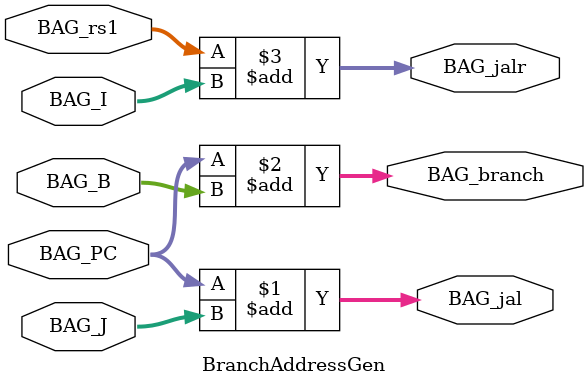
<source format=sv>
`timescale 1ns / 1ps


//////////////////////////////////////////////////////////////////////////////////
// Company: 
// Engineer: Bowman Edebohls
// 
// Create Date: 
// Design Name: 
// Module Name: 
// Project Name: 
// Target Devices: 
// Tool Versions: 
// Description: 
// 
// Dependencies: 
// 
// Revision:
// Revision 0.01 - File Created
// Additional Comments:
// 
//////////////////////////////////////////////////////////////////////////////////

module BranchAddressGen(
        input logic [31:0] BAG_PC,
        input logic [31:0] BAG_J,
        input logic [31:0] BAG_B,
        input logic [31:0] BAG_I,
        input logic [31:0] BAG_rs1,
        output logic [31:0] BAG_jal,
        output logic [31:0] BAG_branch,
        output logic [31:0] BAG_jalr
    );
    
    assign BAG_jal = BAG_PC + BAG_J;
    assign BAG_branch = BAG_PC + BAG_B;
    assign BAG_jalr = BAG_rs1 + BAG_I;
    
endmodule



</source>
